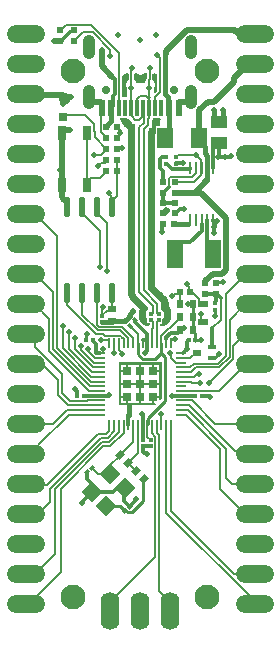
<source format=gtl>
G04*
G04 #@! TF.GenerationSoftware,Altium Limited,Altium Designer,20.2.6 (244)*
G04*
G04 Layer_Physical_Order=1*
G04 Layer_Color=255*
%FSLAX44Y44*%
%MOMM*%
G71*
G04*
G04 #@! TF.SameCoordinates,8B2779CE-768C-4C2E-8B4F-FC9E545F8715*
G04*
G04*
G04 #@! TF.FilePolarity,Positive*
G04*
G01*
G75*
%ADD11C,0.2000*%
%ADD13C,0.1500*%
%ADD15C,0.1778*%
%ADD25O,1.0500X2.1000*%
%ADD26R,0.5080X0.7620*%
%ADD27R,1.3800X1.1000*%
%ADD28R,0.3240X0.3680*%
%ADD29R,0.8000X0.8000*%
%ADD30R,1.3400X1.8000*%
%ADD31R,0.6000X1.4500*%
%ADD32R,0.3000X1.4500*%
%ADD33R,1.4000X2.4000*%
%ADD34R,0.6500X0.4000*%
%ADD35R,0.6500X0.5000*%
%ADD36R,0.3240X0.3031*%
%ADD37R,0.9000X0.6000*%
%ADD38R,0.4900X0.6000*%
%ADD39R,0.6500X1.3000*%
G04:AMPARAMS|DCode=41|XSize=0.195mm|YSize=0.84mm|CornerRadius=0.0244mm|HoleSize=0mm|Usage=FLASHONLY|Rotation=0.000|XOffset=0mm|YOffset=0mm|HoleType=Round|Shape=RoundedRectangle|*
%AMROUNDEDRECTD41*
21,1,0.1950,0.7913,0,0,0.0*
21,1,0.1463,0.8400,0,0,0.0*
1,1,0.0488,0.0731,-0.3956*
1,1,0.0488,-0.0731,-0.3956*
1,1,0.0488,-0.0731,0.3956*
1,1,0.0488,0.0731,0.3956*
%
%ADD41ROUNDEDRECTD41*%
G04:AMPARAMS|DCode=42|XSize=0.84mm|YSize=0.195mm|CornerRadius=0.0244mm|HoleSize=0mm|Usage=FLASHONLY|Rotation=0.000|XOffset=0mm|YOffset=0mm|HoleType=Round|Shape=RoundedRectangle|*
%AMROUNDEDRECTD42*
21,1,0.8400,0.1463,0,0,0.0*
21,1,0.7913,0.1950,0,0,0.0*
1,1,0.0488,0.3956,-0.0731*
1,1,0.0488,-0.3956,-0.0731*
1,1,0.0488,-0.3956,0.0731*
1,1,0.0488,0.3956,0.0731*
%
%ADD42ROUNDEDRECTD42*%
%ADD46R,0.7620X0.5080*%
G04:AMPARAMS|DCode=47|XSize=0.368mm|YSize=0.324mm|CornerRadius=0mm|HoleSize=0mm|Usage=FLASHONLY|Rotation=45.000|XOffset=0mm|YOffset=0mm|HoleType=Round|Shape=Rectangle|*
%AMROTATEDRECTD47*
4,1,4,-0.0156,-0.2447,-0.2447,-0.0156,0.0156,0.2447,0.2447,0.0156,-0.0156,-0.2447,0.0*
%
%ADD47ROTATEDRECTD47*%

%ADD48R,0.3680X0.3240*%
G04:AMPARAMS|DCode=49|XSize=0.368mm|YSize=0.324mm|CornerRadius=0mm|HoleSize=0mm|Usage=FLASHONLY|Rotation=315.000|XOffset=0mm|YOffset=0mm|HoleType=Round|Shape=Rectangle|*
%AMROTATEDRECTD49*
4,1,4,-0.2447,0.0156,-0.0156,0.2447,0.2447,-0.0156,0.0156,-0.2447,-0.2447,0.0156,0.0*
%
%ADD49ROTATEDRECTD49*%

%ADD50R,0.6000X0.4900*%
G04:AMPARAMS|DCode=51|XSize=0.49mm|YSize=0.6mm|CornerRadius=0mm|HoleSize=0mm|Usage=FLASHONLY|Rotation=135.000|XOffset=0mm|YOffset=0mm|HoleType=Round|Shape=Rectangle|*
%AMROTATEDRECTD51*
4,1,4,0.3854,0.0389,-0.0389,-0.3854,-0.3854,-0.0389,0.0389,0.3854,0.3854,0.0389,0.0*
%
%ADD51ROTATEDRECTD51*%

G04:AMPARAMS|DCode=83|XSize=3.2mm|YSize=1.6mm|CornerRadius=0.8mm|HoleSize=0mm|Usage=FLASHONLY|Rotation=270.000|XOffset=0mm|YOffset=0mm|HoleType=Round|Shape=RoundedRectangle|*
%AMROUNDEDRECTD83*
21,1,3.2000,0.0000,0,0,270.0*
21,1,1.6000,1.6000,0,0,270.0*
1,1,1.6000,0.0000,-0.8000*
1,1,1.6000,0.0000,0.8000*
1,1,1.6000,0.0000,0.8000*
1,1,1.6000,0.0000,-0.8000*
%
%ADD83ROUNDEDRECTD83*%
G04:AMPARAMS|DCode=84|XSize=3.2mm|YSize=1.6mm|CornerRadius=0.8mm|HoleSize=0mm|Usage=FLASHONLY|Rotation=180.000|XOffset=0mm|YOffset=0mm|HoleType=Round|Shape=RoundedRectangle|*
%AMROUNDEDRECTD84*
21,1,3.2000,0.0000,0,0,180.0*
21,1,1.6000,1.6000,0,0,180.0*
1,1,1.6000,-0.8000,0.0000*
1,1,1.6000,0.8000,0.0000*
1,1,1.6000,0.8000,0.0000*
1,1,1.6000,-0.8000,0.0000*
%
%ADD84ROUNDEDRECTD84*%
%ADD85R,0.8000X0.8000*%
G04:AMPARAMS|DCode=86|XSize=1.61mm|YSize=0.58mm|CornerRadius=0.145mm|HoleSize=0mm|Usage=FLASHONLY|Rotation=270.000|XOffset=0mm|YOffset=0mm|HoleType=Round|Shape=RoundedRectangle|*
%AMROUNDEDRECTD86*
21,1,1.6100,0.2900,0,0,270.0*
21,1,1.3200,0.5800,0,0,270.0*
1,1,0.2900,-0.1450,-0.6600*
1,1,0.2900,-0.1450,0.6600*
1,1,0.2900,0.1450,0.6600*
1,1,0.2900,0.1450,-0.6600*
%
%ADD86ROUNDEDRECTD86*%
%ADD87R,0.2794X1.1000*%
G04:AMPARAMS|DCode=88|XSize=1.3mm|YSize=1.2mm|CornerRadius=0mm|HoleSize=0mm|Usage=FLASHONLY|Rotation=225.000|XOffset=0mm|YOffset=0mm|HoleType=Round|Shape=Rectangle|*
%AMROTATEDRECTD88*
4,1,4,0.0354,0.8839,0.8839,0.0354,-0.0354,-0.8839,-0.8839,-0.0354,0.0354,0.8839,0.0*
%
%ADD88ROTATEDRECTD88*%

%ADD89C,0.5000*%
%ADD90C,0.2540*%
%ADD91C,0.3000*%
%ADD92C,0.4000*%
%ADD93C,1.6000*%
%ADD94C,0.7000*%
%ADD95C,2.1000*%
%ADD96C,0.5000*%
%ADD97C,0.4000*%
%ADD98C,0.6000*%
G36*
X123140Y187013D02*
X122173Y186046D01*
X121000Y186532D01*
Y188150D01*
X116850D01*
Y184000D01*
X117397D01*
X118043Y182730D01*
X117773Y182359D01*
X87126Y182359D01*
X87126Y218598D01*
X105746D01*
X106046Y218397D01*
X107037Y218200D01*
X117920D01*
X118911Y218397D01*
X119211Y218598D01*
X123140D01*
Y187013D01*
D02*
G37*
G36*
X94205Y425005D02*
X94635Y424718D01*
X95170Y423918D01*
X95170Y423918D01*
X98230Y420858D01*
X98230Y420858D01*
X99053Y420308D01*
X99819Y419991D01*
X100344Y419886D01*
X100594Y419653D01*
X100986Y418955D01*
X101085Y418528D01*
X100967Y418242D01*
X100774Y417271D01*
Y277622D01*
X100967Y276651D01*
X101284Y275885D01*
X101834Y275062D01*
X101834Y275062D01*
X112006Y264890D01*
Y262887D01*
X111455Y262778D01*
X110631Y262227D01*
X110081Y261404D01*
X109888Y260433D01*
Y257402D01*
X110081Y256430D01*
X110631Y255607D01*
X111156Y255256D01*
Y251255D01*
X113256D01*
Y249613D01*
X111986Y248795D01*
X110183Y249032D01*
X108094Y249897D01*
X106299Y251275D01*
X104922Y253069D01*
X104690Y253629D01*
X104739Y253678D01*
X104621Y253796D01*
X104056Y255159D01*
X103761Y257402D01*
Y260433D01*
X104056Y262675D01*
X104495Y263736D01*
X97502Y270730D01*
X97156Y271180D01*
X96754Y271582D01*
X96754Y271582D01*
X96754Y271582D01*
X96470Y272074D01*
X96125Y272524D01*
X95907Y273049D01*
X95623Y273541D01*
X95623Y273541D01*
X95623Y273541D01*
X95306Y274306D01*
X95306Y274306D01*
X95159Y274855D01*
X94942Y275379D01*
X94868Y275942D01*
X94721Y276491D01*
Y276491D01*
X94721Y276491D01*
Y277059D01*
X94647Y277622D01*
Y415881D01*
X94348Y416180D01*
X93898Y416526D01*
X90838Y419585D01*
X90492Y420036D01*
X90090Y420438D01*
X90090Y420438D01*
X90090Y420438D01*
X90019Y420561D01*
X89873Y420673D01*
X89296Y421425D01*
Y421846D01*
X88973D01*
X88496Y422467D01*
X87753Y424260D01*
X88165Y425188D01*
X88465Y425530D01*
X93855D01*
X94205Y425005D01*
D02*
G37*
G36*
X121835Y425188D02*
X122247Y424260D01*
X121787Y423151D01*
X121722Y422657D01*
X121505Y422132D01*
X121422Y421824D01*
Y419163D01*
X121348Y418600D01*
X120942Y418194D01*
X118446D01*
Y412150D01*
X117951Y411655D01*
Y283238D01*
X126328Y274860D01*
X126674Y274410D01*
X127076Y274009D01*
X127076Y274008D01*
X127360Y273516D01*
X127705Y273066D01*
X127923Y272542D01*
X128207Y272050D01*
X128207Y272049D01*
X128207Y272049D01*
X128524Y271284D01*
X128524Y271284D01*
X128524Y271284D01*
X128671Y270735D01*
X128888Y270211D01*
X128962Y269648D01*
X129109Y269099D01*
Y269099D01*
X129109Y269099D01*
X129109Y268531D01*
X129183Y267968D01*
Y265765D01*
X130028Y264664D01*
X130894Y262574D01*
X131189Y260331D01*
Y257300D01*
X130894Y255057D01*
X130028Y252967D01*
X128651Y251173D01*
X126856Y249796D01*
X124767Y248930D01*
X122964Y248693D01*
X121694Y249511D01*
Y251153D01*
X123794D01*
Y255155D01*
X124319Y255505D01*
X124869Y256329D01*
X125062Y257300D01*
Y260331D01*
X124869Y261302D01*
X124319Y262126D01*
X123495Y262676D01*
X123056Y262763D01*
Y267968D01*
X122863Y268939D01*
X122546Y269705D01*
X121996Y270528D01*
X121996Y270528D01*
X111824Y280700D01*
Y414193D01*
X114235Y416603D01*
X114235Y416603D01*
X114785Y417427D01*
X115102Y418192D01*
X115295Y419163D01*
Y423036D01*
X115380Y423163D01*
X115697Y423928D01*
X115890Y424899D01*
X116444Y425252D01*
X116880Y425530D01*
X121535D01*
X121835Y425188D01*
D02*
G37*
G36*
X95301Y462747D02*
X95465Y462481D01*
Y457295D01*
X94938Y456942D01*
X94238Y456242D01*
X93796Y455580D01*
X93417Y454665D01*
X93262Y453885D01*
Y452895D01*
X93417Y452114D01*
X93772Y451258D01*
X93588Y450336D01*
X93899Y448776D01*
X94025Y448587D01*
Y442824D01*
X93855Y442570D01*
X89814D01*
Y460517D01*
X89833Y460545D01*
X90260Y460920D01*
X90635Y461347D01*
X91107Y461662D01*
X91534Y462037D01*
X92196Y462479D01*
X92705Y462730D01*
X93177Y463045D01*
X93715Y463228D01*
X94225Y463479D01*
X95301Y462747D01*
D02*
G37*
G36*
X101355Y463479D02*
X101865Y463228D01*
X102403Y463045D01*
X102875Y462730D01*
X103384Y462479D01*
X104046Y462037D01*
X104473Y461662D01*
X104945Y461347D01*
X105319Y460919D01*
X105320D01*
X105410Y460840D01*
X105500Y460919D01*
X105875Y461347D01*
X106347Y461662D01*
X106774Y462037D01*
X107436Y462479D01*
X107945Y462730D01*
X108417Y463045D01*
X108955Y463228D01*
X109465Y463479D01*
X109636Y463513D01*
X110533Y462989D01*
X110907Y462549D01*
Y459460D01*
X110648Y459201D01*
X110170Y458487D01*
X110003Y457644D01*
Y456767D01*
X109478Y456242D01*
X109036Y455580D01*
X108657Y454665D01*
X102163D01*
X101784Y455580D01*
X101342Y456242D01*
X100642Y456942D01*
X99980Y457384D01*
X99868Y457431D01*
Y462565D01*
X100310Y463052D01*
X101138Y463522D01*
X101355Y463479D01*
D02*
G37*
G36*
X116595D02*
X117105Y463228D01*
X117643Y463045D01*
X118115Y462730D01*
X118624Y462479D01*
X119286Y462037D01*
X119316Y462011D01*
Y447744D01*
X117824Y446253D01*
X116650Y446739D01*
Y450640D01*
X117024Y451200D01*
X117403Y452114D01*
X117558Y452895D01*
Y453885D01*
X117403Y454665D01*
X117024Y455580D01*
X116582Y456242D01*
X115882Y456942D01*
X115142Y457705D01*
X115309Y458548D01*
Y462496D01*
X115507Y462794D01*
X116579Y463482D01*
X116595Y463479D01*
D02*
G37*
%LPC*%
G36*
X111000Y216000D02*
X110000D01*
X109730Y216000D01*
X105850D01*
Y211000D01*
X104150D01*
Y216000D01*
X100270D01*
X100000Y216000D01*
X99000D01*
X98730Y216000D01*
X94850D01*
Y211000D01*
X94000D01*
Y210150D01*
X89000D01*
Y206270D01*
X89000Y206000D01*
Y205000D01*
X89000Y204730D01*
Y200850D01*
X94000D01*
Y199150D01*
X89000D01*
Y195270D01*
X89000Y195000D01*
Y194000D01*
X89000Y193730D01*
Y189850D01*
X94000D01*
Y189000D01*
X94850D01*
Y184000D01*
X98730D01*
X99000Y184000D01*
X100000D01*
X100270Y184000D01*
X104150D01*
Y189000D01*
X105850D01*
Y184000D01*
X109730D01*
X110000Y184000D01*
X111000D01*
X111270Y184000D01*
X115150D01*
Y189000D01*
X116000D01*
Y189850D01*
X121000D01*
Y193730D01*
X121000Y194000D01*
Y195000D01*
X121000Y195270D01*
Y199150D01*
X116000D01*
Y200850D01*
X121000D01*
Y204730D01*
X121000Y205000D01*
Y206000D01*
X121000Y206270D01*
Y210150D01*
X116000D01*
Y211000D01*
X115150D01*
Y216000D01*
X111270D01*
X111000Y216000D01*
D02*
G37*
G36*
X116850Y216000D02*
Y211850D01*
X121000D01*
Y216000D01*
X116850D01*
D02*
G37*
G36*
X93150D02*
X89000D01*
Y211850D01*
X93150D01*
Y216000D01*
D02*
G37*
G36*
Y188150D02*
X89000D01*
Y184000D01*
X93150D01*
Y188150D01*
D02*
G37*
%LPD*%
D11*
X12212Y13700D02*
X18679Y20167D01*
X38100Y41021D02*
Y111475D01*
X18679Y20167D02*
Y21600D01*
X38100Y41021D01*
X8000Y13700D02*
X12212D01*
X71756Y413448D02*
X76476Y408728D01*
X65882Y414147D02*
X66745Y413285D01*
X39878Y427355D02*
X58463D01*
X65882Y414147D02*
Y419936D01*
X58463Y427355D02*
X65882Y419936D01*
X66745Y409061D02*
Y413285D01*
X76476Y408178D02*
Y408728D01*
X97645Y434195D02*
Y453245D01*
X112204Y443208D02*
Y450931D01*
Y443208D02*
X113030Y442382D01*
X112270Y441622D02*
X113030Y442382D01*
X97645Y453245D02*
X97667Y453223D01*
X79606Y478070D02*
Y483079D01*
X64915Y497770D02*
X79606Y483079D01*
X88297Y245295D02*
X94975Y238617D01*
X69071Y245295D02*
X88297D01*
X56134Y258232D02*
X69071Y245295D01*
X56134Y258232D02*
Y277386D01*
X78686Y237525D02*
X79000Y237211D01*
X71866Y237525D02*
X78686D01*
X44704Y229704D02*
Y242316D01*
X39523Y230261D02*
Y248729D01*
Y230261D02*
X63759Y206025D01*
X34523Y230637D02*
Y324997D01*
Y230637D02*
X63159Y202000D01*
X15620Y343900D02*
X34523Y324997D01*
X31253Y229282D02*
Y277467D01*
Y229282D02*
X62535Y198000D01*
X15620Y293100D02*
X31253Y277467D01*
X27983Y227928D02*
Y255338D01*
Y227928D02*
X61910Y194000D01*
X15620Y267700D02*
X27983Y255338D01*
X152902Y208280D02*
X155191D01*
X150619Y205997D02*
X152902Y208280D01*
X148984Y200914D02*
X155956D01*
X147911Y210000D02*
X151938Y214028D01*
X142550Y210000D02*
X147911D01*
X147286Y214000D02*
X150584Y217298D01*
X142550Y214000D02*
X147286D01*
X151938Y214028D02*
X172030D01*
X180740Y222738D01*
X150584Y217298D02*
X170676D01*
X177470Y224093D01*
X142550Y205997D02*
X150619D01*
X147898Y202000D02*
X148984Y200914D01*
X142550Y202000D02*
X147898D01*
X72074Y387382D02*
X75026D01*
X69588Y384896D02*
X72074Y387382D01*
X75026D02*
X76476Y388832D01*
Y389382D01*
X71946Y393700D02*
X76476Y398230D01*
X66040Y393700D02*
X71946D01*
X127224Y347070D02*
X127888D01*
X131025Y237398D02*
X133983D01*
X131025Y234375D02*
Y237398D01*
X133983D02*
X134417Y237831D01*
X131000Y234350D02*
X131025Y234375D01*
X130353Y247447D02*
X138938Y256032D01*
X129816Y247447D02*
X130353D01*
X163068Y200406D02*
X184010Y221348D01*
X177470Y224093D02*
Y276190D01*
X180740Y222738D02*
Y254440D01*
X184010Y221348D02*
Y232310D01*
X142780Y194230D02*
X171710D01*
X142550Y194000D02*
X142780Y194230D01*
X171710D02*
X194380Y216900D01*
X89662Y225044D02*
Y226527D01*
X87295Y228894D02*
X89662Y226527D01*
X87295Y228894D02*
Y231420D01*
X82804Y226314D02*
X82902Y226412D01*
X73660Y226025D02*
Y229870D01*
X54864Y233000D02*
X55247Y232617D01*
X49736Y229297D02*
X65008Y214025D01*
X44704Y229704D02*
X64383Y210025D01*
X61000Y230000D02*
X61383Y229617D01*
Y227025D02*
Y229617D01*
Y227025D02*
X66382Y222025D01*
X87500Y434050D02*
Y479809D01*
X63247Y504062D02*
X87500Y479809D01*
X119634Y478106D02*
Y478282D01*
Y478106D02*
X121630Y476110D01*
Y446786D02*
Y476110D01*
X118000Y443156D02*
X121630Y446786D01*
X123025Y234375D02*
Y240656D01*
X129816Y247447D01*
X111190Y155432D02*
Y162720D01*
X15620Y267700D02*
Y267700D01*
X61910Y194000D02*
X67450D01*
X173660Y254573D02*
Y272428D01*
X134874Y371072D02*
X150370D01*
X156575Y377277D02*
Y382381D01*
X150370Y371072D02*
X156575Y377277D01*
X149115Y277161D02*
X149722D01*
X154996Y269342D02*
Y271887D01*
X149722Y277161D02*
X154996Y271887D01*
X147552Y277580D02*
Y278130D01*
X73660Y264922D02*
Y265430D01*
X72644Y263906D02*
X73660Y264922D01*
X72644Y258030D02*
Y263906D01*
X70625Y206025D02*
X70650Y206000D01*
X70625Y210025D02*
X70650Y210000D01*
X70625Y214025D02*
X70650Y214000D01*
X70625Y218025D02*
X70650Y218000D01*
X65758Y218025D02*
X70625D01*
X55247Y228536D02*
X65758Y218025D01*
X55247Y228536D02*
Y232617D01*
X63759Y206025D02*
X70625D01*
X49736Y229297D02*
Y236222D01*
X64383Y210025D02*
X70625D01*
X65008Y214025D02*
X70625D01*
X177470Y276190D02*
X194380Y293100D01*
X180740Y254440D02*
X194000Y267700D01*
X184010Y232310D02*
X194000Y242300D01*
X94975Y234375D02*
Y238617D01*
Y234375D02*
X95000Y234350D01*
X24539Y214221D02*
X35560Y203200D01*
X10679Y214221D02*
X24539D01*
X35560Y190500D02*
Y203200D01*
X16124Y231300D02*
X38830Y208594D01*
X9657Y242300D02*
X16124Y235833D01*
Y231300D02*
Y235833D01*
X38830Y192738D02*
Y208594D01*
X8000Y242300D02*
X9657D01*
X43380Y178000D02*
X70650D01*
X8000Y166100D02*
X31480D01*
X43380Y178000D01*
X15620Y140700D02*
X18679Y143759D01*
X44460Y174000D02*
X70650D01*
X18679Y143759D02*
Y148219D01*
X44460Y174000D01*
X119025Y158672D02*
X120952Y156745D01*
X119000Y165650D02*
X119025Y165625D01*
Y158672D02*
Y165625D01*
X120952Y25068D02*
Y156745D01*
X131000Y92520D02*
Y165650D01*
Y92520D02*
X184420Y39100D01*
X70625Y222025D02*
X70650Y222000D01*
X66382Y222025D02*
X70625D01*
X15620Y343900D02*
Y343900D01*
X63159Y202000D02*
X67450D01*
X15620Y293100D02*
Y293100D01*
X62535Y198000D02*
X67450D01*
X130939Y222169D02*
X135083Y218025D01*
X139325D02*
X139350Y218000D01*
X135083Y218025D02*
X139325D01*
X8000Y140700D02*
X15620D01*
X44060Y182000D02*
X70650D01*
X35560Y190500D02*
X44060Y182000D01*
X45720Y185848D02*
X60140D01*
X38830Y192738D02*
X45720Y185848D01*
X60140D02*
X60292Y186000D01*
X70650D01*
X8000Y216900D02*
X10679Y214221D01*
X17780Y40880D02*
X33020Y56120D01*
X28538Y111162D02*
X71756Y154380D01*
X33020Y56120D02*
Y111019D01*
X71756Y154380D02*
X77554D01*
X28538Y99658D02*
Y111162D01*
X33020Y111019D02*
X73111Y151110D01*
X78909D01*
X15620Y89900D02*
X18780D01*
X8000D02*
X15620D01*
X18780D02*
X28538Y99658D01*
X38100Y111475D02*
X73945Y147320D01*
X79743D02*
X91000Y158577D01*
X73945Y147320D02*
X79743D01*
X78909Y151110D02*
X87000Y159201D01*
Y165650D01*
X77554Y154380D02*
X83000Y159826D01*
X69504Y157650D02*
X76200D01*
X26154Y114300D02*
X69504Y157650D01*
X17780Y39100D02*
Y40880D01*
X16620Y114300D02*
X26154D01*
X15620Y115300D02*
X16620Y114300D01*
X8000Y115300D02*
X15620D01*
X8000Y39100D02*
X15620D01*
X17780D01*
X91000Y158577D02*
Y165650D01*
X83000Y159826D02*
Y165650D01*
X76200Y157650D02*
X79000Y160450D01*
Y165650D01*
X127000Y90863D02*
X201000Y16863D01*
X194380Y39100D02*
X202000D01*
X201000Y14700D02*
X202000Y13700D01*
X201000Y14700D02*
Y16863D01*
X184420Y39100D02*
X194380D01*
X127000Y90863D02*
Y165650D01*
X172720Y111180D02*
X194000Y89900D01*
X172720Y111180D02*
Y144780D01*
X143500Y174000D02*
X172720Y144780D01*
X183000Y115300D02*
X194380D01*
X145099Y177975D02*
X177800Y145274D01*
X194380Y115300D02*
X202000D01*
X177800Y120500D02*
Y145274D01*
Y120500D02*
X183000Y115300D01*
X191701Y143379D02*
X194380Y140700D01*
X139350Y182000D02*
X146550D01*
X185171Y143379D01*
X191701D01*
X194380Y140700D02*
X202000D01*
X139375Y177975D02*
X145099D01*
X139350Y174000D02*
X143500D01*
X139350Y186000D02*
X148750D01*
X168650Y166100D01*
X202000D01*
X194000Y89900D02*
X202000D01*
X139350Y178000D02*
X139375Y177975D01*
X87969Y139615D02*
X99000Y150646D01*
X87969Y139319D02*
Y139615D01*
X79746Y131096D02*
X87969Y139319D01*
X99000Y150646D02*
Y162450D01*
X79746Y124025D02*
Y131096D01*
X79392Y123671D02*
X79746Y124025D01*
X94403Y133181D02*
X101685Y125899D01*
X94403Y133181D02*
X103000Y141778D01*
X112270Y431405D02*
X112500Y431175D01*
X112270Y431405D02*
Y441622D01*
Y428070D02*
X112500Y428300D01*
X112270Y424899D02*
Y428070D01*
X112500Y428300D02*
Y431175D01*
X111675Y424304D02*
X112270Y424899D01*
X111675Y419163D02*
Y424304D01*
X108204Y415692D02*
X111675Y419163D01*
X107865Y420741D02*
Y433685D01*
X107500Y434050D02*
X107865Y433685D01*
X144780Y283939D02*
Y284480D01*
Y283939D02*
X146102Y282617D01*
Y279580D02*
Y282617D01*
Y279580D02*
X147552Y278130D01*
X154996Y269342D02*
X156996Y267342D01*
X158496D01*
X194380Y293100D02*
X194380D01*
X135382Y391878D02*
Y392098D01*
X136002Y392718D01*
X136222D01*
X137204Y393700D01*
X152400D01*
X156575Y389525D01*
Y383175D02*
X156972Y382778D01*
X156575Y383175D02*
Y389525D01*
X77216Y295402D02*
Y335954D01*
X68834Y344336D02*
X77216Y335954D01*
X76476Y398230D02*
Y399330D01*
X66745Y409061D02*
X76476Y399330D01*
X97500Y434050D02*
X97645Y434195D01*
X110052Y443840D02*
X112270Y441622D01*
X95000Y173740D02*
X95250Y173990D01*
X71756Y433306D02*
X72500Y434050D01*
X71756Y413448D02*
Y433306D01*
X72644Y257810D02*
Y258030D01*
X56134Y344336D02*
X71120Y329350D01*
Y298704D02*
Y329350D01*
X56134Y344336D02*
Y349486D01*
X68834Y344336D02*
Y349486D01*
X70650Y226000D02*
X73635D01*
X73660Y226025D01*
X78240Y190000D02*
X78740Y190500D01*
X156210Y254342D02*
Y259080D01*
X158210Y252342D02*
X158496D01*
X156210Y254342D02*
X158210Y252342D01*
X194000Y242300D02*
X194380D01*
X166146Y247058D02*
X173660Y254573D01*
X194380Y216900D02*
X194380D01*
X37084Y499342D02*
X37634D01*
X42354Y504062D01*
X117500Y434050D02*
X118000Y434550D01*
Y443156D01*
X87755Y410907D02*
Y412367D01*
X94403Y133181D02*
X94403D01*
X60362Y371746D02*
Y412496D01*
X104948Y443840D02*
X110052D01*
X81534Y354879D02*
X85576Y358922D01*
X120952Y25068D02*
X130400Y15620D01*
X108204Y279200D02*
Y415692D01*
X104394Y277622D02*
Y417271D01*
X107865Y420741D01*
X49318Y490242D02*
X56846Y497770D01*
X115000Y158072D02*
Y162450D01*
X103000Y237550D02*
Y242371D01*
X79600Y15620D02*
X117682Y53702D01*
X79600Y15620D02*
Y15620D01*
X117682Y53702D02*
Y155390D01*
X130400Y15620D02*
X130400D01*
X130400D02*
Y15620D01*
X97730Y426478D02*
X100790Y423418D01*
X102730Y441622D02*
X104948Y443840D01*
X118905Y237280D02*
Y245724D01*
X119380Y246199D01*
X115570Y247777D02*
Y252621D01*
X15620Y293100D02*
X15620D01*
X15620Y267700D02*
X15620D01*
X15620Y343900D02*
X15620Y343900D01*
X15620Y267700D02*
X15620Y267700D01*
X15620Y293100D02*
X15620Y293100D01*
Y343900D02*
X15620D01*
X113792Y152610D02*
Y152830D01*
X111190Y155432D02*
X113792Y152830D01*
X96056Y249315D02*
X103000Y242371D01*
X79994Y262112D02*
X81534Y263652D01*
X85576Y379984D02*
X85576Y379984D01*
X81534Y263652D02*
Y277386D01*
X72644Y258030D02*
X76726Y262112D01*
X79994D01*
X123000Y234350D02*
X123025Y234375D01*
X86592Y399796D02*
X89662D01*
X60362Y368496D02*
Y371746D01*
X62612Y373996D02*
X71038D01*
X60362Y371746D02*
X62612Y373996D01*
X71038D02*
X76476Y379434D01*
Y379984D01*
X78232Y361155D02*
X79912Y359475D01*
X81534Y352110D02*
Y354879D01*
X79912Y353732D02*
X81534Y352110D01*
X79912Y353732D02*
Y359475D01*
X79000Y234350D02*
Y237211D01*
X85576Y358922D02*
Y379984D01*
X130939Y222169D02*
Y225423D01*
X130556Y225806D02*
X130939Y225423D01*
X194000Y267700D02*
X194380D01*
X122968Y168580D02*
Y174212D01*
X122936Y174244D02*
X122968Y174212D01*
X147544Y222000D02*
X152112Y226568D01*
X152862D01*
X143510Y222000D02*
X147544D01*
X78232Y361155D02*
Y361696D01*
X85576Y379984D02*
Y389890D01*
X82902Y226412D02*
Y231420D01*
X85576Y408728D02*
X87755Y410907D01*
X85576Y398780D02*
X86592Y399796D01*
X114150Y254040D02*
X115570Y252621D01*
X114046Y254040D02*
X114150D01*
X120800Y253939D02*
X120904D01*
X119380Y246199D02*
Y252519D01*
X115095Y247302D02*
X115570Y247777D01*
X115095Y237280D02*
Y247302D01*
X119380Y252519D02*
X120800Y253939D01*
X102730Y434280D02*
Y441622D01*
X97730Y426478D02*
Y433820D01*
X104210Y423418D02*
X107270Y426478D01*
X100790Y423418D02*
X104210D01*
X97500Y434050D02*
X97730Y433820D01*
X102500Y434050D02*
X102730Y434280D01*
X103000Y141778D02*
Y162450D01*
X64613Y128506D02*
Y128817D01*
X64330Y129100D02*
X64613Y128817D01*
X69448Y123671D02*
X79392D01*
X64613Y128506D02*
X69448Y123671D01*
X115000Y158072D02*
X117682Y155390D01*
X151445Y189975D02*
X151682Y189738D01*
X156575Y382381D02*
X156972Y382778D01*
X138452Y277671D02*
Y278130D01*
X131826Y274320D02*
X132367D01*
X134268Y276221D02*
X137002D01*
X138452Y277671D01*
X132367Y274320D02*
X134268Y276221D01*
X138452Y278130D02*
X138568Y278014D01*
Y268942D02*
Y278014D01*
X56846Y497770D02*
X64915D01*
X42354Y504062D02*
X63247D01*
X115626Y260393D02*
Y266390D01*
X119436Y260179D02*
Y267968D01*
X120800Y258816D02*
X120904D01*
X104394Y277622D02*
X115626Y266390D01*
X108204Y279200D02*
X119436Y267968D01*
X114150Y258917D02*
X115626Y260393D01*
X119436Y260179D02*
X120800Y258816D01*
X114046Y258917D02*
X114150D01*
D13*
X75539Y240570D02*
X88669D01*
X73833Y242275D02*
X75539Y240570D01*
X69898Y242275D02*
X69898Y242275D01*
X67820Y242275D02*
X69898D01*
X43434Y266661D02*
X67820Y242275D01*
X89548Y248315D02*
X98775Y239088D01*
X70322Y248315D02*
X89548D01*
X68834Y249803D02*
X70322Y248315D01*
X69898Y242275D02*
X73833D01*
X43434Y266661D02*
Y277386D01*
X151321Y378028D02*
X151968Y378675D01*
X151321Y377381D02*
Y378028D01*
X149198Y375258D02*
X151321Y377381D01*
X140260Y375258D02*
X149198D01*
X139976Y375542D02*
X140260Y375258D01*
X129734Y374239D02*
X131037Y375542D01*
X151968Y378675D02*
Y382778D01*
X131037Y375542D02*
X139976D01*
X129734Y366442D02*
Y374239D01*
X68834Y249803D02*
Y277386D01*
X98775Y234575D02*
Y239088D01*
Y234575D02*
X99000Y234350D01*
X89995Y239232D02*
Y239244D01*
Y239232D02*
X90220Y239007D01*
X90523Y238743D01*
X91000Y238267D02*
X91000Y234350D01*
X90523Y238743D02*
X91000Y238267D01*
X88669Y240570D02*
X89995Y239244D01*
D15*
X113108Y458548D02*
Y467734D01*
X112204Y457644D02*
X113108Y458548D01*
X97667Y453223D02*
Y467221D01*
X97905Y467460D01*
X112204Y450931D02*
Y457644D01*
X97667Y450336D02*
Y453223D01*
X105000Y200000D02*
Y211000D01*
Y189000D02*
Y200000D01*
X116000D01*
X94000D02*
X105000D01*
D25*
X61800Y485000D02*
D03*
X148200D02*
D03*
X61800Y443200D02*
D03*
X148200D02*
D03*
D26*
X149352Y267970D02*
D03*
X138684D02*
D03*
Y245872D02*
D03*
X149352D02*
D03*
X138684Y257048D02*
D03*
X149352D02*
D03*
D27*
X171450Y404374D02*
D03*
Y421634D02*
D03*
D28*
X127254Y386378D02*
D03*
Y391878D02*
D03*
X168148Y268434D02*
D03*
Y262934D02*
D03*
X107188Y152610D02*
D03*
Y147110D02*
D03*
X72644Y257810D02*
D03*
Y252310D02*
D03*
X113792Y152610D02*
D03*
Y147110D02*
D03*
X135382Y391878D02*
D03*
Y386378D02*
D03*
D29*
X39878Y443357D02*
D03*
Y426339D02*
D03*
D30*
X126416Y407924D02*
D03*
X155016D02*
D03*
D31*
X72500Y434050D02*
D03*
X80500D02*
D03*
X129500D02*
D03*
X137500D02*
D03*
D32*
X87500D02*
D03*
X92500D02*
D03*
X97500D02*
D03*
X102500D02*
D03*
X122500D02*
D03*
X117500D02*
D03*
X112500D02*
D03*
X107500D02*
D03*
D33*
X134876Y310134D02*
D03*
X166876D02*
D03*
D34*
X166162Y221568D02*
D03*
Y231568D02*
D03*
D35*
X152862Y226568D02*
D03*
D36*
X120904Y258816D02*
D03*
Y253939D02*
D03*
X114046Y258917D02*
D03*
Y254040D02*
D03*
D37*
X158496Y252342D02*
D03*
Y267342D02*
D03*
D38*
X85576Y389382D02*
D03*
X76476D02*
D03*
Y379984D02*
D03*
X85576D02*
D03*
X76476Y398780D02*
D03*
X85576D02*
D03*
X133328Y335534D02*
D03*
X124228D02*
D03*
X85576Y408178D02*
D03*
X76476D02*
D03*
X147552Y278130D02*
D03*
X138452D02*
D03*
X76476Y417576D02*
D03*
X85576D02*
D03*
D39*
X38862Y368496D02*
D03*
Y412496D02*
D03*
X60362D02*
D03*
Y368496D02*
D03*
D41*
X131000Y234350D02*
D03*
X127000D02*
D03*
Y165650D02*
D03*
X131000D02*
D03*
X123000Y234350D02*
D03*
X119000D02*
D03*
X115000D02*
D03*
X111000D02*
D03*
X107000D02*
D03*
Y165650D02*
D03*
X111000D02*
D03*
X115000D02*
D03*
X119000D02*
D03*
X123000D02*
D03*
X103000Y234350D02*
D03*
X99000D02*
D03*
X95000D02*
D03*
X91000D02*
D03*
X87000D02*
D03*
Y165650D02*
D03*
X91000D02*
D03*
X95000D02*
D03*
X99000D02*
D03*
X103000D02*
D03*
X83000Y234350D02*
D03*
X79000D02*
D03*
Y165650D02*
D03*
X83000D02*
D03*
D42*
X139350Y222000D02*
D03*
Y226000D02*
D03*
Y202000D02*
D03*
Y206000D02*
D03*
Y210000D02*
D03*
Y214000D02*
D03*
Y218000D02*
D03*
Y182000D02*
D03*
Y186000D02*
D03*
Y190000D02*
D03*
Y194000D02*
D03*
Y198000D02*
D03*
Y174000D02*
D03*
Y178000D02*
D03*
X70650Y226000D02*
D03*
Y222000D02*
D03*
Y218000D02*
D03*
Y214000D02*
D03*
Y210000D02*
D03*
Y206000D02*
D03*
Y202000D02*
D03*
Y198000D02*
D03*
Y194000D02*
D03*
Y190000D02*
D03*
Y186000D02*
D03*
Y182000D02*
D03*
Y178000D02*
D03*
Y174000D02*
D03*
D46*
X81534Y263652D02*
D03*
Y252984D02*
D03*
D47*
X64174Y128945D02*
D03*
X60286Y125056D02*
D03*
X92543Y92289D02*
D03*
X96433Y96179D02*
D03*
D48*
X57360Y189738D02*
D03*
X51860D02*
D03*
X64980Y237236D02*
D03*
X59480D02*
D03*
X146094Y236982D02*
D03*
X151594D02*
D03*
X151682Y189738D02*
D03*
X157182D02*
D03*
D49*
X100497Y253834D02*
D03*
X96608Y257722D02*
D03*
X96056Y249315D02*
D03*
X92167Y253204D02*
D03*
D50*
X169418Y276120D02*
D03*
Y285220D02*
D03*
X160274D02*
D03*
Y276120D02*
D03*
X48768Y490242D02*
D03*
Y499342D02*
D03*
X37084D02*
D03*
Y490242D02*
D03*
X134874Y353546D02*
D03*
Y344446D02*
D03*
Y361972D02*
D03*
Y371072D02*
D03*
X124714Y361972D02*
D03*
Y371072D02*
D03*
Y344446D02*
D03*
Y353546D02*
D03*
D51*
X101685Y125899D02*
D03*
X108119Y119465D02*
D03*
X94403Y133181D02*
D03*
X87969Y139615D02*
D03*
D83*
X79600Y8000D02*
D03*
D03*
X105000D02*
D03*
X130400D02*
D03*
D84*
X202000Y496300D02*
D03*
D03*
Y470900D02*
D03*
Y445500D02*
D03*
Y420100D02*
D03*
Y394700D02*
D03*
Y369300D02*
D03*
Y343900D02*
D03*
Y318500D02*
D03*
Y293100D02*
D03*
Y267700D02*
D03*
Y242300D02*
D03*
Y216900D02*
D03*
Y191500D02*
D03*
Y166100D02*
D03*
Y140700D02*
D03*
Y115300D02*
D03*
Y89900D02*
D03*
Y64500D02*
D03*
Y39100D02*
D03*
Y13700D02*
D03*
X8000D02*
D03*
Y39100D02*
D03*
Y64500D02*
D03*
Y89900D02*
D03*
Y115300D02*
D03*
Y140700D02*
D03*
Y166100D02*
D03*
Y191500D02*
D03*
Y216900D02*
D03*
Y242300D02*
D03*
Y267700D02*
D03*
Y293100D02*
D03*
Y318500D02*
D03*
Y343900D02*
D03*
Y369300D02*
D03*
Y394700D02*
D03*
Y420100D02*
D03*
Y445500D02*
D03*
Y470900D02*
D03*
Y496300D02*
D03*
D03*
D85*
X116000Y211000D02*
D03*
Y200000D02*
D03*
Y189000D02*
D03*
X105000Y211000D02*
D03*
Y200000D02*
D03*
Y189000D02*
D03*
X94000Y211000D02*
D03*
Y200000D02*
D03*
Y189000D02*
D03*
D86*
X81534Y349486D02*
D03*
X68834D02*
D03*
X56134D02*
D03*
X43434D02*
D03*
Y277386D02*
D03*
X56134D02*
D03*
X68834D02*
D03*
X81534D02*
D03*
D87*
X146964Y382778D02*
D03*
X151968D02*
D03*
X156972D02*
D03*
X161976D02*
D03*
X166980D02*
D03*
Y339090D02*
D03*
X161976D02*
D03*
X156972D02*
D03*
X151968D02*
D03*
X146964D02*
D03*
D88*
X79746Y124025D02*
D03*
X64189Y108468D02*
D03*
X76210Y96447D02*
D03*
X91767Y112004D02*
D03*
D89*
X39624Y437134D02*
Y444119D01*
X15620Y444373D02*
X39878D01*
Y443357D02*
Y443865D01*
X39624Y444119D02*
X39878Y443865D01*
X39624Y444119D02*
X39878Y444373D01*
X44450Y443230D02*
X46482D01*
X43180Y439420D02*
Y441960D01*
X44450Y443230D01*
X167343Y438615D02*
X184150Y455422D01*
X162095Y438615D02*
X167343D01*
X184150Y455422D02*
Y458830D01*
X155016Y431537D02*
X162095Y438615D01*
X184150Y458830D02*
X196220Y470900D01*
X202000D01*
X155016Y405624D02*
Y431537D01*
X61800Y441166D02*
Y443200D01*
X72000Y438625D02*
X72500Y438125D01*
X64341Y438625D02*
X72000D01*
X61800Y441166D02*
X64341Y438625D01*
X72363Y469339D02*
Y481811D01*
Y469339D02*
X81475Y460227D01*
X72363Y481811D02*
X72898Y482346D01*
X177700Y296626D02*
Y340598D01*
X156326Y361972D02*
X177700Y340598D01*
X174344Y293270D02*
X177700Y296626D01*
X38862Y358186D02*
Y368496D01*
Y358186D02*
Y413310D01*
X198165Y498405D02*
X199030Y499270D01*
X186436Y498405D02*
X198165D01*
X185571Y499270D02*
X186436Y498405D01*
X144464Y499270D02*
X185571D01*
X151152Y361972D02*
X156326D01*
X127000Y479806D02*
Y481806D01*
X144464Y499270D01*
X196060Y496300D02*
X198165Y498405D01*
X199895D02*
X202000Y496300D01*
X198165Y498405D02*
X199895D01*
X137500Y434050D02*
Y438125D01*
X138000Y438625D01*
X145659D01*
X148200Y441166D01*
Y443200D01*
X160274Y285220D02*
Y286858D01*
X166686Y293270D01*
X151152Y361972D02*
X161976Y372796D01*
X134874Y361972D02*
X151152D01*
X166686Y293270D02*
X174344D01*
X31761Y490231D02*
X37073D01*
X31750Y490220D02*
X31761Y490231D01*
X72500Y434050D02*
Y438125D01*
X38862Y358186D02*
X40893Y356155D01*
X41818D01*
X43434Y354539D01*
Y349486D02*
Y354539D01*
X38862Y413310D02*
X40842Y415290D01*
X45720D01*
X8000Y445500D02*
X15620D01*
X37073Y490231D02*
X37084Y490242D01*
X37634D01*
D90*
X87859Y412471D02*
Y414743D01*
X145848Y268121D02*
X149201D01*
X149352Y267970D01*
X153176Y236996D02*
X156734D01*
X174640Y286400D02*
X174950Y286710D01*
X168148Y257697D02*
X168529Y257316D01*
X171625Y225781D02*
X172033D01*
X117920Y220790D02*
X123000Y225870D01*
X103950Y223877D02*
Y224231D01*
X103000Y225181D02*
X103950Y224231D01*
Y223877D02*
X107037Y220790D01*
X117920D01*
X107730Y101136D02*
Y119076D01*
X97786Y91192D02*
X107730Y101136D01*
X94447Y91192D02*
X97786D01*
X111295Y171506D02*
X125730Y185941D01*
X85576Y417026D02*
Y417576D01*
Y417026D02*
X87859Y414743D01*
X87755Y412367D02*
X87859Y412471D01*
X123000Y225870D02*
X125730Y223140D01*
X111295Y165945D02*
Y171506D01*
X125730Y185941D02*
Y223140D01*
X123000Y225870D02*
Y234350D01*
X103000Y225181D02*
Y234350D01*
X169418Y285220D02*
X170598Y286400D01*
X174640D01*
X168148Y257697D02*
Y262934D01*
X151024Y236632D02*
X151374Y236982D01*
X151594D01*
Y242360D01*
X149352Y244602D02*
X151594Y242360D01*
X149352Y244602D02*
Y245872D01*
Y257048D01*
Y267970D01*
X59480Y242360D02*
X59690Y242570D01*
X59480Y237236D02*
Y242360D01*
X166162Y221568D02*
X167412D01*
X171625Y225781D01*
X88032Y96801D02*
X92543Y92289D01*
X76564Y96801D02*
X88032D01*
X76210Y96447D02*
X76564Y96801D01*
X93194Y92445D02*
X94447Y91192D01*
X92543Y92289D02*
X92699Y92445D01*
X93194D01*
X107730Y119076D02*
X108119Y119465D01*
D91*
X67950Y226525D02*
Y233663D01*
X65320Y236293D02*
X67950Y233663D01*
X65320Y236293D02*
Y237116D01*
X168023Y335121D02*
X170180Y337279D01*
X167640Y327660D02*
Y327931D01*
Y332740D01*
Y327931D02*
X167671Y327901D01*
X170180Y337279D02*
Y337820D01*
X168023Y333123D02*
Y335121D01*
X167640Y332740D02*
X168023Y333123D01*
X166980Y337923D02*
Y339090D01*
Y337923D02*
X167083Y337820D01*
X170180D01*
X137413Y243331D02*
X138684Y244602D01*
X131032Y243331D02*
X137413D01*
X127255Y239555D02*
X131032Y243331D01*
X163322Y189738D02*
X163830Y189230D01*
X107000Y165650D02*
Y174323D01*
X106481Y174843D02*
X107000Y174323D01*
X101600Y101541D02*
Y102841D01*
X96433Y96374D02*
X101600Y101541D01*
X81975Y435525D02*
Y443768D01*
X83600Y445393D02*
Y458102D01*
X80500Y434050D02*
X81975Y435525D01*
Y443768D02*
X83600Y445393D01*
X81475Y460227D02*
X83600Y458102D01*
X176483Y392477D02*
X176530Y392430D01*
X171062Y392477D02*
X176483D01*
X171016Y392523D02*
X171062Y392477D01*
X176530Y392430D02*
X176672Y392572D01*
X181727D01*
X181868Y392713D01*
X171450Y393228D02*
Y404374D01*
X171016Y392794D02*
X171450Y393228D01*
X171016Y392523D02*
Y392794D01*
X166980Y382778D02*
Y400374D01*
X170980Y404374D01*
X171450D01*
X161976Y315034D02*
Y339090D01*
Y315034D02*
X166876Y310134D01*
X68475Y226000D02*
X70650D01*
X67950Y226525D02*
X68475Y226000D01*
X65200Y237236D02*
X65320Y237116D01*
X64980Y237236D02*
X65200D01*
X110475Y233825D02*
X111000Y234350D01*
X110475Y227586D02*
Y233825D01*
X109220Y226331D02*
X110475Y227586D01*
X109220Y226060D02*
Y226331D01*
X135965Y189975D02*
X151445D01*
X132080Y190500D02*
X132580Y190000D01*
X100497Y253834D02*
X100652Y253678D01*
Y252408D02*
Y253678D01*
Y252408D02*
X111000Y242060D01*
Y237550D02*
Y242060D01*
X141525Y226000D02*
X144748Y229223D01*
Y229431D01*
X145874Y236982D02*
X146094D01*
X144823Y235931D02*
X145874Y236982D01*
X144823Y229505D02*
Y235931D01*
X144748Y229431D02*
X144823Y229505D01*
X127255Y237806D02*
Y239555D01*
X138684Y244602D02*
Y245872D01*
X107094Y152704D02*
Y157712D01*
X107000Y157806D02*
Y165650D01*
Y157806D02*
X107094Y157712D01*
X70650Y190000D02*
X78240D01*
X57842D02*
X70650D01*
X57580Y189738D02*
X57842Y190000D01*
X57360Y189738D02*
X57580D01*
X134874Y344446D02*
X135424D01*
X138958Y347980D01*
X142240D01*
X123381Y334687D02*
X124228Y335534D01*
X123381Y329121D02*
Y334687D01*
X123190Y328930D02*
X123381Y329121D01*
X131584Y381768D02*
X138149D01*
X127374Y385978D02*
Y386258D01*
X138149Y381768D02*
X138192Y381811D01*
X146964Y381914D02*
Y382778D01*
X127374Y385978D02*
X131584Y381768D01*
X127254Y386378D02*
X127374Y386258D01*
X146861Y381811D02*
X146964Y381914D01*
X138192Y381811D02*
X146861D01*
X124714Y361422D02*
X129734Y366442D01*
X166162Y231568D02*
Y244778D01*
X166146D02*
Y247058D01*
X111000Y234350D02*
Y237160D01*
X110975Y237185D02*
X111000Y237160D01*
X107149Y237185D02*
X110975D01*
X56159Y100438D02*
X64189Y108468D01*
X56159Y99339D02*
Y100438D01*
X55880Y99060D02*
X56159Y99339D01*
X64189Y108468D02*
Y108468D01*
X134876Y310134D02*
Y315134D01*
X147414Y320134D02*
X157043Y329763D01*
X134876Y315134D02*
X139876Y320134D01*
X147414D01*
X157043Y329763D02*
Y335590D01*
X96433Y96179D02*
Y96374D01*
X107188Y147110D02*
X113792D01*
X107188Y142142D02*
Y147110D01*
X110107Y141353D02*
X110490Y140970D01*
X107977Y141353D02*
X110107D01*
X107188Y142142D02*
X107977Y141353D01*
X95000Y165650D02*
Y173740D01*
X140699Y387350D02*
X140970D01*
X135382Y386378D02*
Y386598D01*
X135502Y386718D01*
X140067D01*
X140699Y387350D01*
X49530Y195580D02*
X51290Y193820D01*
X51640Y189738D02*
X51860D01*
X51290Y190088D02*
X51640Y189738D01*
X51290Y190088D02*
Y193820D01*
X157182Y189738D02*
X163322D01*
X91413Y111650D02*
X91767Y112004D01*
X91413Y101198D02*
Y111650D01*
Y101198D02*
X96433Y96179D01*
X64189Y108468D02*
X64543Y108822D01*
X81895D01*
X85077Y112004D01*
X91767D01*
X60130Y124900D02*
X60286Y125056D01*
X60130Y124405D02*
Y124900D01*
Y124405D02*
X60286Y124249D01*
Y119768D02*
Y124249D01*
Y119768D02*
X64543Y115511D01*
Y108822D02*
Y115511D01*
X37634Y490242D02*
X45554Y498162D01*
X131917Y190032D02*
Y190336D01*
X132080Y190500D01*
X132580Y190000D02*
X135965D01*
X169968Y276120D02*
X173660Y272428D01*
X169418Y276120D02*
X169968D01*
X107094Y152704D02*
X107188Y152610D01*
X125664Y353546D02*
X134333D01*
X124714Y354496D02*
Y361422D01*
X123146Y391878D02*
X127254D01*
X124714Y371072D02*
Y380244D01*
X121974Y390706D02*
X123146Y391878D01*
X121974Y382984D02*
X124714Y380244D01*
X121974Y382984D02*
Y390706D01*
X124714Y354496D02*
X125664Y353546D01*
X168148Y268434D02*
Y268654D01*
X169418Y269924D01*
Y276120D01*
X160274D02*
X169418D01*
D92*
X125264Y344446D02*
X127888Y347070D01*
X171140Y421634D02*
X171760D01*
X175260Y425134D01*
Y431800D01*
X167640Y425134D02*
X171140Y421634D01*
X167640Y425134D02*
Y431800D01*
X96608Y257722D02*
Y259167D01*
Y257645D02*
Y257722D01*
X81534Y252984D02*
X81754Y253204D01*
X81197Y252647D02*
X81534Y252984D01*
X80500Y422574D02*
Y434050D01*
X76926Y419001D02*
X80500Y422574D01*
X76926Y418026D02*
Y419001D01*
X76476Y417576D02*
X76926Y418026D01*
X126416Y407924D02*
X129500Y411008D01*
Y434050D01*
X128500Y435050D02*
X129500Y434050D01*
X128500Y435050D02*
Y442586D01*
X125900Y445186D02*
X128500Y442586D01*
X125900Y445186D02*
Y478706D01*
X127000Y479806D01*
X133328Y335534D02*
X145700D01*
X161976Y382778D02*
Y392971D01*
Y372796D02*
Y382778D01*
X124714Y344446D02*
X125264D01*
X159716Y395231D02*
Y400924D01*
X95250Y173990D02*
Y181610D01*
X92167Y253204D02*
X96608Y257645D01*
Y259167D02*
X99060Y261620D01*
X81754Y253204D02*
X92167D01*
X72981Y252647D02*
X81197D01*
X159716Y395231D02*
X161976Y392971D01*
D93*
X130400Y380D02*
D03*
X105000D02*
D03*
X79600D02*
D03*
X130400Y15620D02*
D03*
X105000D02*
D03*
X79600D02*
D03*
Y380D02*
D03*
Y15620D02*
D03*
X209620Y496300D02*
D03*
X194380D02*
D03*
X209620D02*
D03*
Y470900D02*
D03*
Y445500D02*
D03*
Y420100D02*
D03*
Y394700D02*
D03*
Y369300D02*
D03*
Y343900D02*
D03*
Y318500D02*
D03*
Y293100D02*
D03*
Y267700D02*
D03*
Y242300D02*
D03*
Y216900D02*
D03*
Y191500D02*
D03*
Y166100D02*
D03*
Y140700D02*
D03*
Y115300D02*
D03*
Y89900D02*
D03*
Y64500D02*
D03*
Y39100D02*
D03*
Y13700D02*
D03*
X194380Y496300D02*
D03*
Y470900D02*
D03*
Y445500D02*
D03*
Y420100D02*
D03*
Y394700D02*
D03*
Y369300D02*
D03*
Y343900D02*
D03*
Y318500D02*
D03*
Y293100D02*
D03*
Y267700D02*
D03*
Y242300D02*
D03*
Y216900D02*
D03*
Y191500D02*
D03*
Y166100D02*
D03*
Y140700D02*
D03*
Y115300D02*
D03*
Y89900D02*
D03*
Y64500D02*
D03*
Y39100D02*
D03*
Y13700D02*
D03*
X380D02*
D03*
Y39100D02*
D03*
Y64500D02*
D03*
Y89900D02*
D03*
Y115300D02*
D03*
Y140700D02*
D03*
Y166100D02*
D03*
Y191500D02*
D03*
Y216900D02*
D03*
Y242300D02*
D03*
Y267700D02*
D03*
Y293100D02*
D03*
Y318500D02*
D03*
Y343900D02*
D03*
Y369300D02*
D03*
Y394700D02*
D03*
Y420100D02*
D03*
Y445500D02*
D03*
Y470900D02*
D03*
Y496300D02*
D03*
X15620Y13700D02*
D03*
Y39100D02*
D03*
Y64500D02*
D03*
Y89900D02*
D03*
Y115300D02*
D03*
Y140700D02*
D03*
Y166100D02*
D03*
Y191500D02*
D03*
Y216900D02*
D03*
Y242300D02*
D03*
Y267700D02*
D03*
Y293100D02*
D03*
Y318500D02*
D03*
Y343900D02*
D03*
Y369300D02*
D03*
Y394700D02*
D03*
Y420100D02*
D03*
Y445500D02*
D03*
Y470900D02*
D03*
Y496300D02*
D03*
X380D02*
D03*
X15620D02*
D03*
D94*
X76100Y448500D02*
D03*
X133900D02*
D03*
D95*
X48000Y20000D02*
D03*
Y465000D02*
D03*
X162000D02*
D03*
Y20000D02*
D03*
D96*
X43180Y439420D02*
D03*
X46482Y443230D02*
D03*
X112204Y450931D02*
D03*
X97667Y450336D02*
D03*
X105259Y490882D02*
D03*
X86360Y495300D02*
D03*
X113108Y467734D02*
D03*
X97905Y467460D02*
D03*
X79606Y478070D02*
D03*
X37128Y381206D02*
D03*
X71866Y237525D02*
D03*
X44704Y244000D02*
D03*
X39523Y248729D02*
D03*
X145848Y268121D02*
D03*
X156734Y236996D02*
D03*
X155191Y208280D02*
D03*
X69588Y384896D02*
D03*
X66040Y393700D02*
D03*
X127224Y347070D02*
D03*
X167640Y327660D02*
D03*
X170180Y337820D02*
D03*
X167640Y332740D02*
D03*
X174950Y286710D02*
D03*
X168529Y257316D02*
D03*
X134417Y237831D02*
D03*
X142357Y247709D02*
D03*
X172033Y225781D02*
D03*
X163830Y189230D02*
D03*
X106481Y174843D02*
D03*
X82804Y226314D02*
D03*
X73660Y229870D02*
D03*
X54900Y232500D02*
D03*
X49736Y239000D02*
D03*
X61000Y230000D02*
D03*
X101600Y102841D02*
D03*
X171016Y392523D02*
D03*
X181868Y392713D02*
D03*
X175260Y431800D02*
D03*
X142240Y347980D02*
D03*
X144748Y229431D02*
D03*
X73660Y265430D02*
D03*
X163068Y200406D02*
D03*
X144780Y284480D02*
D03*
X152400Y393700D02*
D03*
X31750Y490220D02*
D03*
X110490Y140970D02*
D03*
X95250Y173990D02*
D03*
X123190Y328930D02*
D03*
X140970Y387350D02*
D03*
X99060Y261620D02*
D03*
X59690Y242570D02*
D03*
X49530Y195580D02*
D03*
X55880Y99060D02*
D03*
X45720Y415290D02*
D03*
X167640Y431800D02*
D03*
X118110Y495300D02*
D03*
X176530Y392430D02*
D03*
X109220Y226060D02*
D03*
X78740Y190500D02*
D03*
X131917Y190032D02*
D03*
X156210Y259080D02*
D03*
X60000Y410000D02*
D03*
X119634Y478282D02*
D03*
X127000Y479806D02*
D03*
X72898Y482346D02*
D03*
X131826Y274320D02*
D03*
X89662Y399796D02*
D03*
X78232Y361696D02*
D03*
X130556Y225806D02*
D03*
X122936Y174244D02*
D03*
X88138Y412750D02*
D03*
X77216Y295402D02*
D03*
X155956Y200914D02*
D03*
X89662Y225044D02*
D03*
X71120Y298704D02*
D03*
D97*
X39624Y437134D02*
D03*
D98*
X114935Y414031D02*
D03*
X118110Y421640D02*
D03*
X94200Y420489D02*
D03*
X97663Y411040D02*
D03*
Y400976D02*
D03*
Y390912D02*
D03*
Y380848D02*
D03*
Y370784D02*
D03*
Y360720D02*
D03*
Y350656D02*
D03*
Y340592D02*
D03*
Y330528D02*
D03*
Y320464D02*
D03*
Y310400D02*
D03*
Y300336D02*
D03*
Y290272D02*
D03*
Y280208D02*
D03*
X101566Y270931D02*
D03*
X107212Y262600D02*
D03*
X128062Y256745D02*
D03*
X126167Y266629D02*
D03*
X121420Y275503D02*
D03*
X114935Y283199D02*
D03*
Y293263D02*
D03*
Y303327D02*
D03*
Y313391D02*
D03*
Y323455D02*
D03*
Y333519D02*
D03*
Y343583D02*
D03*
Y353647D02*
D03*
Y363711D02*
D03*
Y373775D02*
D03*
Y383839D02*
D03*
Y393903D02*
D03*
Y403967D02*
D03*
M02*

</source>
